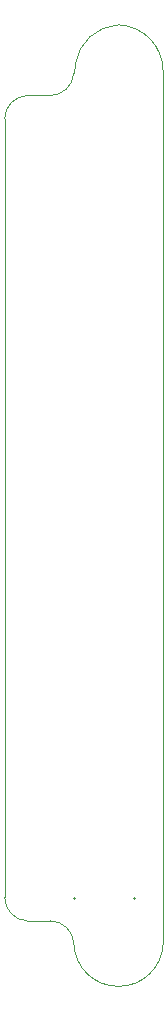
<source format=gm1>
G04 Layer_Color=16711935*
%FSAX25Y25*%
%MOIN*%
G70*
G01*
G75*
%ADD10C,0.01000*%
%ADD14C,0.00394*%
D10*
X0550579Y0170737D02*
X0550579Y0170736D01*
X0570579Y0170737D02*
X0570579Y0170736D01*
D14*
X0580242Y0446250D02*
G03*
X0565359Y0461727I-0015488J0000000D01*
G01*
X0565486Y0141207D02*
G03*
X0580242Y0155461I0000000J0014764D01*
G01*
X0565359Y0461715D02*
G03*
X0550889Y0448487I0000855J-0015464D01*
G01*
X0542599Y0438158D02*
G03*
X0550467Y0445724I0000000J0007874D01*
G01*
X0534956Y0438158D02*
G03*
X0527390Y0430290I0000308J-0007868D01*
G01*
X0550467Y0155461D02*
G03*
X0565486Y0141209I0014756J0000510D01*
G01*
X0527390Y0170896D02*
G03*
X0534956Y0163028I0007874J0000000D01*
G01*
X0550467Y0155461D02*
G03*
X0542599Y0163028I-0007868J-0000308D01*
G01*
X0580242Y0155461D02*
Y0446250D01*
X0534956Y0438158D02*
X0542599D01*
X0534956Y0163028D02*
X0542599D01*
X0527390Y0170896D02*
Y0430290D01*
X0550467Y0445724D02*
X0550889Y0448487D01*
M02*

</source>
